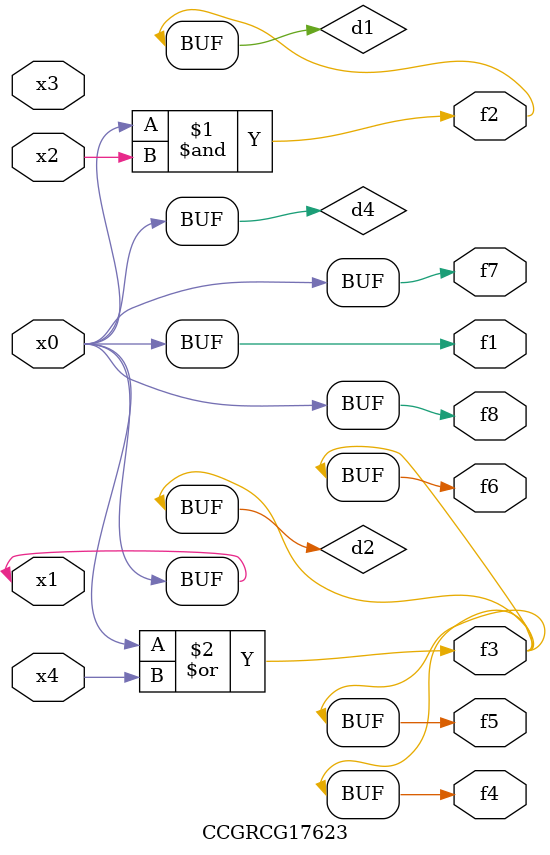
<source format=v>
module CCGRCG17623(
	input x0, x1, x2, x3, x4,
	output f1, f2, f3, f4, f5, f6, f7, f8
);

	wire d1, d2, d3, d4;

	and (d1, x0, x2);
	or (d2, x0, x4);
	nand (d3, x0, x2);
	buf (d4, x0, x1);
	assign f1 = d4;
	assign f2 = d1;
	assign f3 = d2;
	assign f4 = d2;
	assign f5 = d2;
	assign f6 = d2;
	assign f7 = d4;
	assign f8 = d4;
endmodule

</source>
